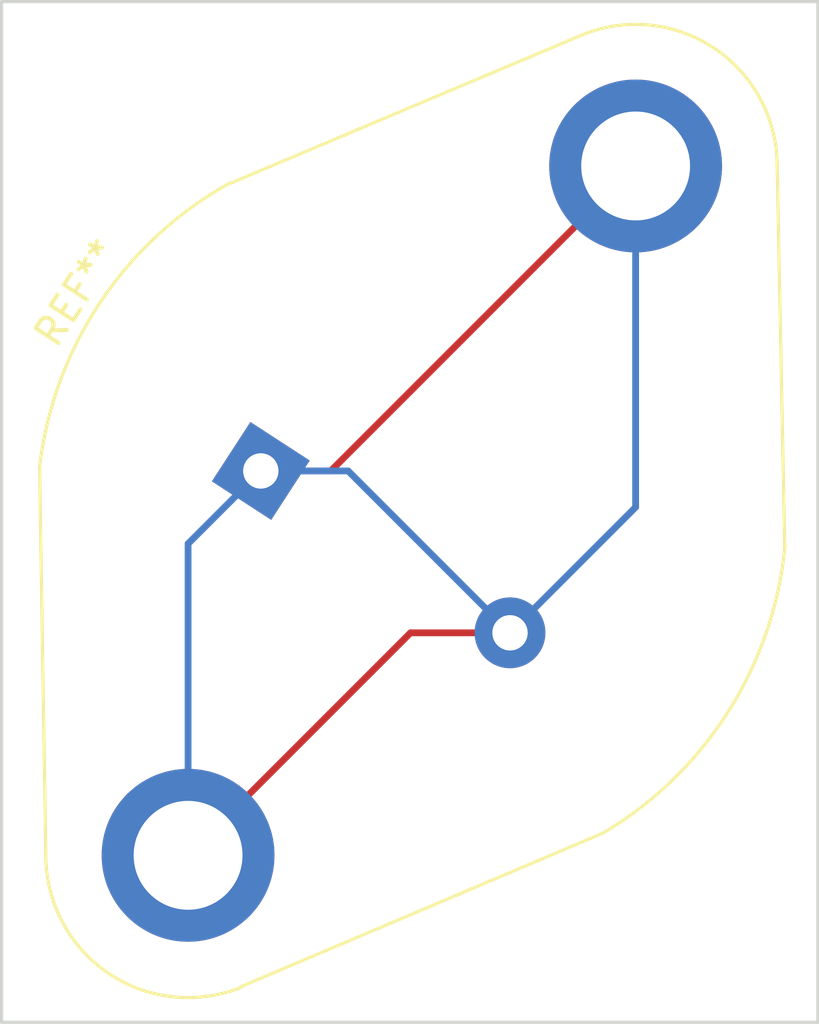
<source format=kicad_pcb>
(kicad_pcb (version 20171130) (host pcbnew "(5.1.4)-1")

  (general
    (thickness 1.6)
    (drawings 4)
    (tracks 10)
    (zones 0)
    (modules 1)
    (nets 1)
  )

  (page A4)
  (layers
    (0 F.Cu signal)
    (31 B.Cu signal)
    (32 B.Adhes user)
    (33 F.Adhes user)
    (34 B.Paste user)
    (35 F.Paste user)
    (36 B.SilkS user)
    (37 F.SilkS user)
    (38 B.Mask user)
    (39 F.Mask user)
    (40 Dwgs.User user)
    (41 Cmts.User user)
    (42 Eco1.User user)
    (43 Eco2.User user)
    (44 Edge.Cuts user)
    (45 Margin user)
    (46 B.CrtYd user)
    (47 F.CrtYd user)
    (48 B.Fab user)
    (49 F.Fab user)
  )

  (setup
    (last_trace_width 0.25)
    (trace_clearance 0.2)
    (zone_clearance 0.508)
    (zone_45_only no)
    (trace_min 0.2)
    (via_size 0.8)
    (via_drill 0.4)
    (via_min_size 0.4)
    (via_min_drill 0.3)
    (uvia_size 0.3)
    (uvia_drill 0.1)
    (uvias_allowed no)
    (uvia_min_size 0.2)
    (uvia_min_drill 0.1)
    (edge_width 0.05)
    (segment_width 0.2)
    (pcb_text_width 0.3)
    (pcb_text_size 1.5 1.5)
    (mod_edge_width 0.12)
    (mod_text_size 1 1)
    (mod_text_width 0.15)
    (pad_size 1.524 1.524)
    (pad_drill 0.762)
    (pad_to_mask_clearance 0.051)
    (solder_mask_min_width 0.25)
    (aux_axis_origin 0 0)
    (visible_elements 7EFFFFFF)
    (pcbplotparams
      (layerselection 0x010fc_ffffffff)
      (usegerberextensions false)
      (usegerberattributes false)
      (usegerberadvancedattributes false)
      (creategerberjobfile false)
      (excludeedgelayer true)
      (linewidth 0.100000)
      (plotframeref false)
      (viasonmask false)
      (mode 1)
      (useauxorigin false)
      (hpglpennumber 1)
      (hpglpenspeed 20)
      (hpglpendiameter 15.000000)
      (psnegative false)
      (psa4output false)
      (plotreference true)
      (plotvalue true)
      (plotinvisibletext false)
      (padsonsilk false)
      (subtractmaskfromsilk false)
      (outputformat 1)
      (mirror false)
      (drillshape 0)
      (scaleselection 1)
      (outputdirectory "gbr/"))
  )

  (net 0 "")

  (net_class Default "This is the default net class."
    (clearance 0.2)
    (trace_width 0.25)
    (via_dia 0.8)
    (via_drill 0.4)
    (uvia_dia 0.3)
    (uvia_drill 0.1)
  )

  (module Package_TO_SOT_THT:TO-3 (layer F.Cu) (tedit 5A02FF81) (tstamp 5FD83BE9)
    (at 9.525 -20.2565 57)
    (descr "Transistor TO-3")
    (tags "TR TO-3 TO3 TO-204")
    (fp_text reference REF** (at 1.8 -9.25 57) (layer F.SilkS)
      (effects (font (size 1 1) (thickness 0.15)))
    )
    (fp_text value TO-3 (at 0 6.5 57) (layer F.Fab)
      (effects (font (size 1 1) (thickness 0.15)))
    )
    (fp_arc (start 16.9 5.45) (end 20 1) (angle 111.6) (layer F.CrtYd) (width 0.05))
    (fp_arc (start -13.3 5.45) (end -16.4 1) (angle -111.6) (layer F.CrtYd) (width 0.05))
    (fp_arc (start 1.8 5.45) (end -4.5 17.9) (angle -54) (layer F.CrtYd) (width 0.05))
    (fp_arc (start 1.8 5.45) (end -4.5 -7) (angle 54) (layer F.CrtYd) (width 0.05))
    (fp_arc (start 16.9 5.45) (end 19.9 1.2) (angle 111.6) (layer F.SilkS) (width 0.12))
    (fp_arc (start -13.3 5.45) (end -16.2 1.1) (angle -111.6) (layer F.SilkS) (width 0.12))
    (fp_arc (start 1.8 5.45) (end -4.3 17.8) (angle -54) (layer F.SilkS) (width 0.12))
    (fp_arc (start 1.8 5.45) (end -4.3 -6.9) (angle 54) (layer F.SilkS) (width 0.12))
    (fp_arc (start 16.9 5.45) (end 19.71 1.32) (angle 111.6) (layer F.Fab) (width 0.1))
    (fp_arc (start -13.3 5.45) (end -16.11 1.32) (angle -111.6) (layer F.Fab) (width 0.1))
    (fp_arc (start 1.8 5.45) (end -4.38 17.57) (angle -54) (layer F.Fab) (width 0.1))
    (fp_arc (start 1.8 5.45) (end -4.38 -6.67) (angle 54) (layer F.Fab) (width 0.1))
    (fp_circle (center 16.9 5.45) (end 18.9 5.45) (layer F.Fab) (width 0.1))
    (fp_circle (center -13.3 5.45) (end -15.3 5.45) (layer F.Fab) (width 0.1))
    (fp_circle (center 1.8 5.45) (end 11.8 5.45) (layer F.Fab) (width 0.1))
    (fp_line (start 8.1 17.9) (end 20 9.9) (layer F.CrtYd) (width 0.05))
    (fp_line (start 8.1 -7) (end 20 1) (layer F.CrtYd) (width 0.05))
    (fp_line (start -4.5 17.9) (end -16.4 9.9) (layer F.CrtYd) (width 0.05))
    (fp_line (start -4.5 -7) (end -16.4 1) (layer F.CrtYd) (width 0.05))
    (fp_line (start 8.1 17.7) (end 19.9 9.7) (layer F.SilkS) (width 0.12))
    (fp_line (start 8.1 -6.8) (end 19.9 1.2) (layer F.SilkS) (width 0.12))
    (fp_line (start -4.3 17.8) (end -16.3 9.7) (layer F.SilkS) (width 0.12))
    (fp_line (start -4.3 -6.9) (end -16.2 1.1) (layer F.SilkS) (width 0.12))
    (fp_line (start 7.98 17.56) (end 19.71 9.58) (layer F.Fab) (width 0.1))
    (fp_line (start 7.98 -6.67) (end 19.71 1.32) (layer F.Fab) (width 0.1))
    (fp_line (start -4.38 17.57) (end -16.11 9.58) (layer F.Fab) (width 0.1))
    (fp_line (start -4.38 -6.67) (end -16.11 1.32) (layer F.Fab) (width 0.1))
    (fp_text user %R (at 0 4.25 57) (layer F.Fab)
      (effects (font (size 1 1) (thickness 0.15)))
    )
    (pad 3 thru_hole circle (at 16.9 5.45 57) (size 6.35 6.35) (drill 4) (layers *.Cu *.Mask))
    (pad 3 thru_hole circle (at -13.3 5.45 57) (size 6.35 6.35) (drill 4) (layers *.Cu *.Mask))
    (pad 2 thru_hole circle (at 0 10.92 57) (size 2.6 2.6) (drill 1.3) (layers *.Cu *.Mask))
    (pad 1 thru_hole rect (at 0 0 57) (size 2.6 2.6) (drill 1.3) (layers *.Cu *.Mask))
    (model ${KISYS3DMOD}/Package_TO_SOT_THT.3dshapes/TO-3.wrl
      (at (xyz 0 0 0))
      (scale (xyz 1 1 1))
      (rotate (xyz 0 0 0))
    )
  )

  (gr_line (start 0 -37.5) (end 30 -37.5) (layer Edge.Cuts) (width 0.12) (tstamp 5FD7E9CD))
  (gr_line (start 0 0) (end 0 -37.5) (layer Edge.Cuts) (width 0.12) (tstamp 5FD7E99F))
  (gr_line (start 30 0) (end 30 -37.5) (layer Edge.Cuts) (width 0.12) (tstamp 5FD7E9BA))
  (gr_line (start 0 0) (end 30 0) (layer Edge.Cuts) (width 0.12))

  (segment (start 15.027198 -14.309042) (end 18.683283 -14.309042) (width 0.25) (layer F.Cu) (net 0))
  (segment (start 6.852055 -6.133899) (end 15.027198 -14.309042) (width 0.25) (layer F.Cu) (net 0))
  (segment (start 12.094904 -20.2565) (end 23.300154 -31.46175) (width 0.25) (layer F.Cu) (net 0))
  (segment (start 9.525 -20.2565) (end 12.094904 -20.2565) (width 0.25) (layer F.Cu) (net 0))
  (segment (start 6.852055 -17.583555) (end 9.525 -20.2565) (width 0.25) (layer B.Cu) (net 0))
  (segment (start 6.852055 -6.133899) (end 6.852055 -17.583555) (width 0.25) (layer B.Cu) (net 0))
  (segment (start 12.735825 -20.2565) (end 18.683283 -14.309042) (width 0.25) (layer B.Cu) (net 0))
  (segment (start 9.525 -20.2565) (end 12.735825 -20.2565) (width 0.25) (layer B.Cu) (net 0))
  (segment (start 23.300154 -18.925913) (end 23.300154 -31.46175) (width 0.25) (layer B.Cu) (net 0))
  (segment (start 18.683283 -14.309042) (end 23.300154 -18.925913) (width 0.25) (layer B.Cu) (net 0))

)

</source>
